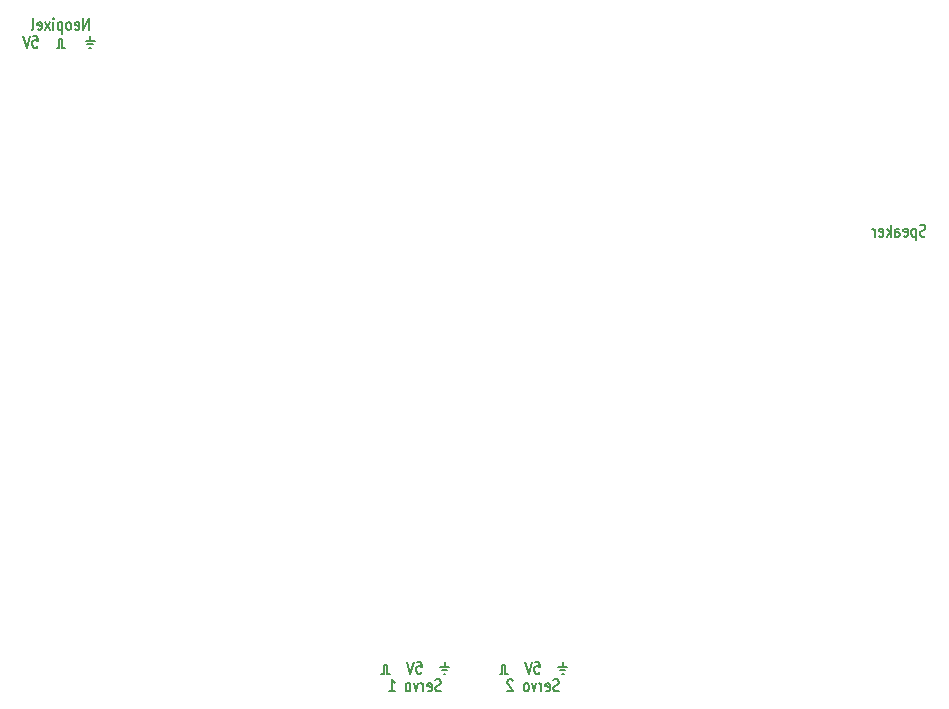
<source format=gbr>
G04 #@! TF.GenerationSoftware,KiCad,Pcbnew,7.0.4-40-g0180cb380f*
G04 #@! TF.CreationDate,2023-06-23T20:45:51-07:00*
G04 #@! TF.ProjectId,RobotOwl,526f626f-744f-4776-9c2e-6b696361645f,rev?*
G04 #@! TF.SameCoordinates,Original*
G04 #@! TF.FileFunction,Legend,Bot*
G04 #@! TF.FilePolarity,Positive*
%FSLAX46Y46*%
G04 Gerber Fmt 4.6, Leading zero omitted, Abs format (unit mm)*
G04 Created by KiCad (PCBNEW 7.0.4-40-g0180cb380f) date 2023-06-23 20:45:51*
%MOMM*%
%LPD*%
G01*
G04 APERTURE LIST*
%ADD10C,0.150000*%
G04 APERTURE END LIST*
D10*
X157880952Y-140298390D02*
X157119047Y-140298390D01*
X157728571Y-140584104D02*
X157271428Y-140584104D01*
X157499999Y-139869819D02*
X157499999Y-140298390D01*
X157423809Y-140869819D02*
X157576190Y-140869819D01*
X147171429Y-142322200D02*
X147057143Y-142369819D01*
X147057143Y-142369819D02*
X146866667Y-142369819D01*
X146866667Y-142369819D02*
X146790476Y-142322200D01*
X146790476Y-142322200D02*
X146752381Y-142274580D01*
X146752381Y-142274580D02*
X146714286Y-142179342D01*
X146714286Y-142179342D02*
X146714286Y-142084104D01*
X146714286Y-142084104D02*
X146752381Y-141988866D01*
X146752381Y-141988866D02*
X146790476Y-141941247D01*
X146790476Y-141941247D02*
X146866667Y-141893628D01*
X146866667Y-141893628D02*
X147019048Y-141846009D01*
X147019048Y-141846009D02*
X147095238Y-141798390D01*
X147095238Y-141798390D02*
X147133333Y-141750771D01*
X147133333Y-141750771D02*
X147171429Y-141655533D01*
X147171429Y-141655533D02*
X147171429Y-141560295D01*
X147171429Y-141560295D02*
X147133333Y-141465057D01*
X147133333Y-141465057D02*
X147095238Y-141417438D01*
X147095238Y-141417438D02*
X147019048Y-141369819D01*
X147019048Y-141369819D02*
X146828571Y-141369819D01*
X146828571Y-141369819D02*
X146714286Y-141417438D01*
X146066666Y-142322200D02*
X146142857Y-142369819D01*
X146142857Y-142369819D02*
X146295238Y-142369819D01*
X146295238Y-142369819D02*
X146371428Y-142322200D01*
X146371428Y-142322200D02*
X146409524Y-142226961D01*
X146409524Y-142226961D02*
X146409524Y-141846009D01*
X146409524Y-141846009D02*
X146371428Y-141750771D01*
X146371428Y-141750771D02*
X146295238Y-141703152D01*
X146295238Y-141703152D02*
X146142857Y-141703152D01*
X146142857Y-141703152D02*
X146066666Y-141750771D01*
X146066666Y-141750771D02*
X146028571Y-141846009D01*
X146028571Y-141846009D02*
X146028571Y-141941247D01*
X146028571Y-141941247D02*
X146409524Y-142036485D01*
X145685714Y-142369819D02*
X145685714Y-141703152D01*
X145685714Y-141893628D02*
X145647619Y-141798390D01*
X145647619Y-141798390D02*
X145609524Y-141750771D01*
X145609524Y-141750771D02*
X145533333Y-141703152D01*
X145533333Y-141703152D02*
X145457143Y-141703152D01*
X145266667Y-141703152D02*
X145076191Y-142369819D01*
X145076191Y-142369819D02*
X144885714Y-141703152D01*
X144466667Y-142369819D02*
X144542857Y-142322200D01*
X144542857Y-142322200D02*
X144580952Y-142274580D01*
X144580952Y-142274580D02*
X144619048Y-142179342D01*
X144619048Y-142179342D02*
X144619048Y-141893628D01*
X144619048Y-141893628D02*
X144580952Y-141798390D01*
X144580952Y-141798390D02*
X144542857Y-141750771D01*
X144542857Y-141750771D02*
X144466667Y-141703152D01*
X144466667Y-141703152D02*
X144352381Y-141703152D01*
X144352381Y-141703152D02*
X144276190Y-141750771D01*
X144276190Y-141750771D02*
X144238095Y-141798390D01*
X144238095Y-141798390D02*
X144200000Y-141893628D01*
X144200000Y-141893628D02*
X144200000Y-142179342D01*
X144200000Y-142179342D02*
X144238095Y-142274580D01*
X144238095Y-142274580D02*
X144276190Y-142322200D01*
X144276190Y-142322200D02*
X144352381Y-142369819D01*
X144352381Y-142369819D02*
X144466667Y-142369819D01*
X142828571Y-142369819D02*
X143285714Y-142369819D01*
X143057142Y-142369819D02*
X143057142Y-141369819D01*
X143057142Y-141369819D02*
X143133333Y-141512676D01*
X143133333Y-141512676D02*
X143209523Y-141607914D01*
X143209523Y-141607914D02*
X143285714Y-141655533D01*
X152842857Y-140869819D02*
X152652380Y-140869819D01*
X152652380Y-140869819D02*
X152652380Y-140107914D01*
X152652380Y-140107914D02*
X152347618Y-140107914D01*
X152347618Y-140107914D02*
X152347618Y-140869819D01*
X152347618Y-140869819D02*
X152157142Y-140869819D01*
X147880952Y-140298390D02*
X147119047Y-140298390D01*
X147728571Y-140584104D02*
X147271428Y-140584104D01*
X147499999Y-139869819D02*
X147499999Y-140298390D01*
X147423809Y-140869819D02*
X147576190Y-140869819D01*
X155152380Y-139869819D02*
X155533332Y-139869819D01*
X155533332Y-139869819D02*
X155571428Y-140346009D01*
X155571428Y-140346009D02*
X155533332Y-140298390D01*
X155533332Y-140298390D02*
X155457142Y-140250771D01*
X155457142Y-140250771D02*
X155266666Y-140250771D01*
X155266666Y-140250771D02*
X155190475Y-140298390D01*
X155190475Y-140298390D02*
X155152380Y-140346009D01*
X155152380Y-140346009D02*
X155114285Y-140441247D01*
X155114285Y-140441247D02*
X155114285Y-140679342D01*
X155114285Y-140679342D02*
X155152380Y-140774580D01*
X155152380Y-140774580D02*
X155190475Y-140822200D01*
X155190475Y-140822200D02*
X155266666Y-140869819D01*
X155266666Y-140869819D02*
X155457142Y-140869819D01*
X155457142Y-140869819D02*
X155533332Y-140822200D01*
X155533332Y-140822200D02*
X155571428Y-140774580D01*
X154885713Y-139869819D02*
X154619046Y-140869819D01*
X154619046Y-140869819D02*
X154352380Y-139869819D01*
X145152380Y-139869819D02*
X145533332Y-139869819D01*
X145533332Y-139869819D02*
X145571428Y-140346009D01*
X145571428Y-140346009D02*
X145533332Y-140298390D01*
X145533332Y-140298390D02*
X145457142Y-140250771D01*
X145457142Y-140250771D02*
X145266666Y-140250771D01*
X145266666Y-140250771D02*
X145190475Y-140298390D01*
X145190475Y-140298390D02*
X145152380Y-140346009D01*
X145152380Y-140346009D02*
X145114285Y-140441247D01*
X145114285Y-140441247D02*
X145114285Y-140679342D01*
X145114285Y-140679342D02*
X145152380Y-140774580D01*
X145152380Y-140774580D02*
X145190475Y-140822200D01*
X145190475Y-140822200D02*
X145266666Y-140869819D01*
X145266666Y-140869819D02*
X145457142Y-140869819D01*
X145457142Y-140869819D02*
X145533332Y-140822200D01*
X145533332Y-140822200D02*
X145571428Y-140774580D01*
X144885713Y-139869819D02*
X144619046Y-140869819D01*
X144619046Y-140869819D02*
X144352380Y-139869819D01*
X157171429Y-142322200D02*
X157057143Y-142369819D01*
X157057143Y-142369819D02*
X156866667Y-142369819D01*
X156866667Y-142369819D02*
X156790476Y-142322200D01*
X156790476Y-142322200D02*
X156752381Y-142274580D01*
X156752381Y-142274580D02*
X156714286Y-142179342D01*
X156714286Y-142179342D02*
X156714286Y-142084104D01*
X156714286Y-142084104D02*
X156752381Y-141988866D01*
X156752381Y-141988866D02*
X156790476Y-141941247D01*
X156790476Y-141941247D02*
X156866667Y-141893628D01*
X156866667Y-141893628D02*
X157019048Y-141846009D01*
X157019048Y-141846009D02*
X157095238Y-141798390D01*
X157095238Y-141798390D02*
X157133333Y-141750771D01*
X157133333Y-141750771D02*
X157171429Y-141655533D01*
X157171429Y-141655533D02*
X157171429Y-141560295D01*
X157171429Y-141560295D02*
X157133333Y-141465057D01*
X157133333Y-141465057D02*
X157095238Y-141417438D01*
X157095238Y-141417438D02*
X157019048Y-141369819D01*
X157019048Y-141369819D02*
X156828571Y-141369819D01*
X156828571Y-141369819D02*
X156714286Y-141417438D01*
X156066666Y-142322200D02*
X156142857Y-142369819D01*
X156142857Y-142369819D02*
X156295238Y-142369819D01*
X156295238Y-142369819D02*
X156371428Y-142322200D01*
X156371428Y-142322200D02*
X156409524Y-142226961D01*
X156409524Y-142226961D02*
X156409524Y-141846009D01*
X156409524Y-141846009D02*
X156371428Y-141750771D01*
X156371428Y-141750771D02*
X156295238Y-141703152D01*
X156295238Y-141703152D02*
X156142857Y-141703152D01*
X156142857Y-141703152D02*
X156066666Y-141750771D01*
X156066666Y-141750771D02*
X156028571Y-141846009D01*
X156028571Y-141846009D02*
X156028571Y-141941247D01*
X156028571Y-141941247D02*
X156409524Y-142036485D01*
X155685714Y-142369819D02*
X155685714Y-141703152D01*
X155685714Y-141893628D02*
X155647619Y-141798390D01*
X155647619Y-141798390D02*
X155609524Y-141750771D01*
X155609524Y-141750771D02*
X155533333Y-141703152D01*
X155533333Y-141703152D02*
X155457143Y-141703152D01*
X155266667Y-141703152D02*
X155076191Y-142369819D01*
X155076191Y-142369819D02*
X154885714Y-141703152D01*
X154466667Y-142369819D02*
X154542857Y-142322200D01*
X154542857Y-142322200D02*
X154580952Y-142274580D01*
X154580952Y-142274580D02*
X154619048Y-142179342D01*
X154619048Y-142179342D02*
X154619048Y-141893628D01*
X154619048Y-141893628D02*
X154580952Y-141798390D01*
X154580952Y-141798390D02*
X154542857Y-141750771D01*
X154542857Y-141750771D02*
X154466667Y-141703152D01*
X154466667Y-141703152D02*
X154352381Y-141703152D01*
X154352381Y-141703152D02*
X154276190Y-141750771D01*
X154276190Y-141750771D02*
X154238095Y-141798390D01*
X154238095Y-141798390D02*
X154200000Y-141893628D01*
X154200000Y-141893628D02*
X154200000Y-142179342D01*
X154200000Y-142179342D02*
X154238095Y-142274580D01*
X154238095Y-142274580D02*
X154276190Y-142322200D01*
X154276190Y-142322200D02*
X154352381Y-142369819D01*
X154352381Y-142369819D02*
X154466667Y-142369819D01*
X153285714Y-141465057D02*
X153247618Y-141417438D01*
X153247618Y-141417438D02*
X153171428Y-141369819D01*
X153171428Y-141369819D02*
X152980952Y-141369819D01*
X152980952Y-141369819D02*
X152904761Y-141417438D01*
X152904761Y-141417438D02*
X152866666Y-141465057D01*
X152866666Y-141465057D02*
X152828571Y-141560295D01*
X152828571Y-141560295D02*
X152828571Y-141655533D01*
X152828571Y-141655533D02*
X152866666Y-141798390D01*
X152866666Y-141798390D02*
X153323809Y-142369819D01*
X153323809Y-142369819D02*
X152828571Y-142369819D01*
X115342857Y-87869819D02*
X115152380Y-87869819D01*
X115152380Y-87869819D02*
X115152380Y-87107914D01*
X115152380Y-87107914D02*
X114847618Y-87107914D01*
X114847618Y-87107914D02*
X114847618Y-87869819D01*
X114847618Y-87869819D02*
X114657142Y-87869819D01*
X112652380Y-86869819D02*
X113033332Y-86869819D01*
X113033332Y-86869819D02*
X113071428Y-87346009D01*
X113071428Y-87346009D02*
X113033332Y-87298390D01*
X113033332Y-87298390D02*
X112957142Y-87250771D01*
X112957142Y-87250771D02*
X112766666Y-87250771D01*
X112766666Y-87250771D02*
X112690475Y-87298390D01*
X112690475Y-87298390D02*
X112652380Y-87346009D01*
X112652380Y-87346009D02*
X112614285Y-87441247D01*
X112614285Y-87441247D02*
X112614285Y-87679342D01*
X112614285Y-87679342D02*
X112652380Y-87774580D01*
X112652380Y-87774580D02*
X112690475Y-87822200D01*
X112690475Y-87822200D02*
X112766666Y-87869819D01*
X112766666Y-87869819D02*
X112957142Y-87869819D01*
X112957142Y-87869819D02*
X113033332Y-87822200D01*
X113033332Y-87822200D02*
X113071428Y-87774580D01*
X112385713Y-86869819D02*
X112119046Y-87869819D01*
X112119046Y-87869819D02*
X111852380Y-86869819D01*
X117880952Y-87298390D02*
X117119047Y-87298390D01*
X117728571Y-87584104D02*
X117271428Y-87584104D01*
X117499999Y-86869819D02*
X117499999Y-87298390D01*
X117423809Y-87869819D02*
X117576190Y-87869819D01*
X188209524Y-103822200D02*
X188095238Y-103869819D01*
X188095238Y-103869819D02*
X187904762Y-103869819D01*
X187904762Y-103869819D02*
X187828571Y-103822200D01*
X187828571Y-103822200D02*
X187790476Y-103774580D01*
X187790476Y-103774580D02*
X187752381Y-103679342D01*
X187752381Y-103679342D02*
X187752381Y-103584104D01*
X187752381Y-103584104D02*
X187790476Y-103488866D01*
X187790476Y-103488866D02*
X187828571Y-103441247D01*
X187828571Y-103441247D02*
X187904762Y-103393628D01*
X187904762Y-103393628D02*
X188057143Y-103346009D01*
X188057143Y-103346009D02*
X188133333Y-103298390D01*
X188133333Y-103298390D02*
X188171428Y-103250771D01*
X188171428Y-103250771D02*
X188209524Y-103155533D01*
X188209524Y-103155533D02*
X188209524Y-103060295D01*
X188209524Y-103060295D02*
X188171428Y-102965057D01*
X188171428Y-102965057D02*
X188133333Y-102917438D01*
X188133333Y-102917438D02*
X188057143Y-102869819D01*
X188057143Y-102869819D02*
X187866666Y-102869819D01*
X187866666Y-102869819D02*
X187752381Y-102917438D01*
X187409523Y-103203152D02*
X187409523Y-104203152D01*
X187409523Y-103250771D02*
X187333333Y-103203152D01*
X187333333Y-103203152D02*
X187180952Y-103203152D01*
X187180952Y-103203152D02*
X187104761Y-103250771D01*
X187104761Y-103250771D02*
X187066666Y-103298390D01*
X187066666Y-103298390D02*
X187028571Y-103393628D01*
X187028571Y-103393628D02*
X187028571Y-103679342D01*
X187028571Y-103679342D02*
X187066666Y-103774580D01*
X187066666Y-103774580D02*
X187104761Y-103822200D01*
X187104761Y-103822200D02*
X187180952Y-103869819D01*
X187180952Y-103869819D02*
X187333333Y-103869819D01*
X187333333Y-103869819D02*
X187409523Y-103822200D01*
X186380951Y-103822200D02*
X186457142Y-103869819D01*
X186457142Y-103869819D02*
X186609523Y-103869819D01*
X186609523Y-103869819D02*
X186685713Y-103822200D01*
X186685713Y-103822200D02*
X186723809Y-103726961D01*
X186723809Y-103726961D02*
X186723809Y-103346009D01*
X186723809Y-103346009D02*
X186685713Y-103250771D01*
X186685713Y-103250771D02*
X186609523Y-103203152D01*
X186609523Y-103203152D02*
X186457142Y-103203152D01*
X186457142Y-103203152D02*
X186380951Y-103250771D01*
X186380951Y-103250771D02*
X186342856Y-103346009D01*
X186342856Y-103346009D02*
X186342856Y-103441247D01*
X186342856Y-103441247D02*
X186723809Y-103536485D01*
X185657142Y-103869819D02*
X185657142Y-103346009D01*
X185657142Y-103346009D02*
X185695237Y-103250771D01*
X185695237Y-103250771D02*
X185771428Y-103203152D01*
X185771428Y-103203152D02*
X185923809Y-103203152D01*
X185923809Y-103203152D02*
X185999999Y-103250771D01*
X185657142Y-103822200D02*
X185733333Y-103869819D01*
X185733333Y-103869819D02*
X185923809Y-103869819D01*
X185923809Y-103869819D02*
X185999999Y-103822200D01*
X185999999Y-103822200D02*
X186038095Y-103726961D01*
X186038095Y-103726961D02*
X186038095Y-103631723D01*
X186038095Y-103631723D02*
X185999999Y-103536485D01*
X185999999Y-103536485D02*
X185923809Y-103488866D01*
X185923809Y-103488866D02*
X185733333Y-103488866D01*
X185733333Y-103488866D02*
X185657142Y-103441247D01*
X185276189Y-103869819D02*
X185276189Y-102869819D01*
X185199999Y-103488866D02*
X184971427Y-103869819D01*
X184971427Y-103203152D02*
X185276189Y-103584104D01*
X184323808Y-103822200D02*
X184399999Y-103869819D01*
X184399999Y-103869819D02*
X184552380Y-103869819D01*
X184552380Y-103869819D02*
X184628570Y-103822200D01*
X184628570Y-103822200D02*
X184666666Y-103726961D01*
X184666666Y-103726961D02*
X184666666Y-103346009D01*
X184666666Y-103346009D02*
X184628570Y-103250771D01*
X184628570Y-103250771D02*
X184552380Y-103203152D01*
X184552380Y-103203152D02*
X184399999Y-103203152D01*
X184399999Y-103203152D02*
X184323808Y-103250771D01*
X184323808Y-103250771D02*
X184285713Y-103346009D01*
X184285713Y-103346009D02*
X184285713Y-103441247D01*
X184285713Y-103441247D02*
X184666666Y-103536485D01*
X183942856Y-103869819D02*
X183942856Y-103203152D01*
X183942856Y-103393628D02*
X183904761Y-103298390D01*
X183904761Y-103298390D02*
X183866666Y-103250771D01*
X183866666Y-103250771D02*
X183790475Y-103203152D01*
X183790475Y-103203152D02*
X183714285Y-103203152D01*
X142842857Y-140869819D02*
X142652380Y-140869819D01*
X142652380Y-140869819D02*
X142652380Y-140107914D01*
X142652380Y-140107914D02*
X142347618Y-140107914D01*
X142347618Y-140107914D02*
X142347618Y-140869819D01*
X142347618Y-140869819D02*
X142157142Y-140869819D01*
X117361904Y-86369819D02*
X117361904Y-85369819D01*
X117361904Y-85369819D02*
X116904761Y-86369819D01*
X116904761Y-86369819D02*
X116904761Y-85369819D01*
X116219047Y-86322200D02*
X116295238Y-86369819D01*
X116295238Y-86369819D02*
X116447619Y-86369819D01*
X116447619Y-86369819D02*
X116523809Y-86322200D01*
X116523809Y-86322200D02*
X116561905Y-86226961D01*
X116561905Y-86226961D02*
X116561905Y-85846009D01*
X116561905Y-85846009D02*
X116523809Y-85750771D01*
X116523809Y-85750771D02*
X116447619Y-85703152D01*
X116447619Y-85703152D02*
X116295238Y-85703152D01*
X116295238Y-85703152D02*
X116219047Y-85750771D01*
X116219047Y-85750771D02*
X116180952Y-85846009D01*
X116180952Y-85846009D02*
X116180952Y-85941247D01*
X116180952Y-85941247D02*
X116561905Y-86036485D01*
X115723810Y-86369819D02*
X115800000Y-86322200D01*
X115800000Y-86322200D02*
X115838095Y-86274580D01*
X115838095Y-86274580D02*
X115876191Y-86179342D01*
X115876191Y-86179342D02*
X115876191Y-85893628D01*
X115876191Y-85893628D02*
X115838095Y-85798390D01*
X115838095Y-85798390D02*
X115800000Y-85750771D01*
X115800000Y-85750771D02*
X115723810Y-85703152D01*
X115723810Y-85703152D02*
X115609524Y-85703152D01*
X115609524Y-85703152D02*
X115533333Y-85750771D01*
X115533333Y-85750771D02*
X115495238Y-85798390D01*
X115495238Y-85798390D02*
X115457143Y-85893628D01*
X115457143Y-85893628D02*
X115457143Y-86179342D01*
X115457143Y-86179342D02*
X115495238Y-86274580D01*
X115495238Y-86274580D02*
X115533333Y-86322200D01*
X115533333Y-86322200D02*
X115609524Y-86369819D01*
X115609524Y-86369819D02*
X115723810Y-86369819D01*
X115114285Y-85703152D02*
X115114285Y-86703152D01*
X115114285Y-85750771D02*
X115038095Y-85703152D01*
X115038095Y-85703152D02*
X114885714Y-85703152D01*
X114885714Y-85703152D02*
X114809523Y-85750771D01*
X114809523Y-85750771D02*
X114771428Y-85798390D01*
X114771428Y-85798390D02*
X114733333Y-85893628D01*
X114733333Y-85893628D02*
X114733333Y-86179342D01*
X114733333Y-86179342D02*
X114771428Y-86274580D01*
X114771428Y-86274580D02*
X114809523Y-86322200D01*
X114809523Y-86322200D02*
X114885714Y-86369819D01*
X114885714Y-86369819D02*
X115038095Y-86369819D01*
X115038095Y-86369819D02*
X115114285Y-86322200D01*
X114390475Y-86369819D02*
X114390475Y-85703152D01*
X114390475Y-85369819D02*
X114428571Y-85417438D01*
X114428571Y-85417438D02*
X114390475Y-85465057D01*
X114390475Y-85465057D02*
X114352380Y-85417438D01*
X114352380Y-85417438D02*
X114390475Y-85369819D01*
X114390475Y-85369819D02*
X114390475Y-85465057D01*
X114085714Y-86369819D02*
X113666666Y-85703152D01*
X114085714Y-85703152D02*
X113666666Y-86369819D01*
X113057142Y-86322200D02*
X113133333Y-86369819D01*
X113133333Y-86369819D02*
X113285714Y-86369819D01*
X113285714Y-86369819D02*
X113361904Y-86322200D01*
X113361904Y-86322200D02*
X113400000Y-86226961D01*
X113400000Y-86226961D02*
X113400000Y-85846009D01*
X113400000Y-85846009D02*
X113361904Y-85750771D01*
X113361904Y-85750771D02*
X113285714Y-85703152D01*
X113285714Y-85703152D02*
X113133333Y-85703152D01*
X113133333Y-85703152D02*
X113057142Y-85750771D01*
X113057142Y-85750771D02*
X113019047Y-85846009D01*
X113019047Y-85846009D02*
X113019047Y-85941247D01*
X113019047Y-85941247D02*
X113400000Y-86036485D01*
X112561905Y-86369819D02*
X112638095Y-86322200D01*
X112638095Y-86322200D02*
X112676190Y-86226961D01*
X112676190Y-86226961D02*
X112676190Y-85369819D01*
M02*

</source>
